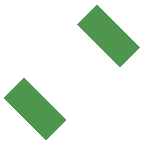
<source format=gbr>
G04 #@! TF.GenerationSoftware,KiCad,Pcbnew,(5.1.5)-3*
G04 #@! TF.CreationDate,2020-02-10T15:58:06-08:00*
G04 #@! TF.ProjectId,Clock_Test,436c6f63-6b5f-4546-9573-742e6b696361,rev?*
G04 #@! TF.SameCoordinates,Original*
G04 #@! TF.FileFunction,Paste,Bot*
G04 #@! TF.FilePolarity,Positive*
%FSLAX46Y46*%
G04 Gerber Fmt 4.6, Leading zero omitted, Abs format (unit mm)*
G04 Created by KiCad (PCBNEW (5.1.5)-3) date 2020-02-10 15:58:06*
%MOMM*%
%LPD*%
G04 APERTURE LIST*
%ADD10C,0.100000*%
G04 APERTURE END LIST*
D10*
G36*
X120204522Y-102081579D02*
G01*
X118493324Y-103792777D01*
X114901222Y-100200675D01*
X116612420Y-98489477D01*
X120204522Y-102081579D01*
G37*
G36*
X126398777Y-95887324D02*
G01*
X124687579Y-97598522D01*
X121095477Y-94006420D01*
X122806675Y-92295222D01*
X126398777Y-95887324D01*
G37*
M02*

</source>
